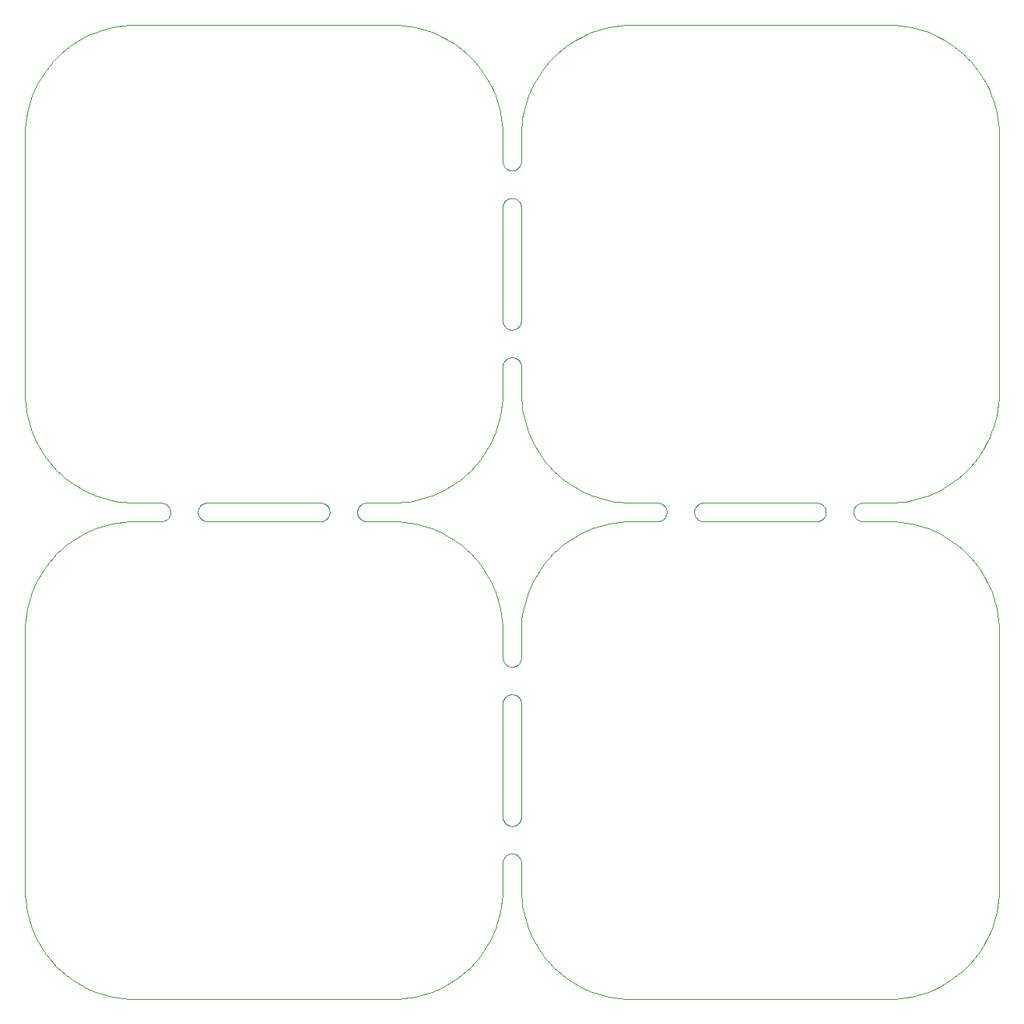
<source format=gbr>
%TF.GenerationSoftware,KiCad,Pcbnew,(6.0.0)*%
%TF.CreationDate,2022-01-01T22:41:16+01:00*%
%TF.ProjectId,VolumeKnob,566f6c75-6d65-44b6-9e6f-622e6b696361,rev?*%
%TF.SameCoordinates,Original*%
%TF.FileFunction,Profile,NP*%
%FSLAX46Y46*%
G04 Gerber Fmt 4.6, Leading zero omitted, Abs format (unit mm)*
G04 Created by KiCad (PCBNEW (6.0.0)) date 2022-01-01 22:41:16*
%MOMM*%
%LPD*%
G01*
G04 APERTURE LIST*
%TA.AperFunction,Profile*%
%ADD10C,0.100000*%
%TD*%
G04 APERTURE END LIST*
D10*
X97444811Y-77923640D02*
X97400388Y-77903949D01*
X76991059Y-57166332D02*
X76918168Y-57163649D01*
X76362948Y-114391055D02*
X76420947Y-114346926D01*
X77225911Y-111142279D02*
X77178253Y-111151759D01*
X77963138Y-114892290D02*
X77979977Y-114963196D01*
X110599615Y-76096050D02*
X110643018Y-76117897D01*
X39352625Y-77858151D02*
X39288779Y-77893291D01*
X86900319Y-75593610D02*
X87504988Y-75738685D01*
X76401255Y-110971510D02*
X76362948Y-110941615D01*
X76774089Y-39809609D02*
X76726954Y-39797802D01*
X39822948Y-77154263D02*
X39814641Y-77202139D01*
X39653073Y-76420947D02*
X39692815Y-76482036D01*
X85699395Y-24796127D02*
X85124828Y-25034023D01*
X81969738Y-81081665D02*
X81513993Y-81514159D01*
X121105955Y-78407980D02*
X120495274Y-78261368D01*
X76401257Y-93638842D02*
X76362950Y-93608947D01*
X77637052Y-39608944D02*
X77598745Y-39638839D01*
X60190387Y-77225912D02*
X60177048Y-77154265D01*
X78261309Y-120494992D02*
X78408042Y-121106181D01*
X97775090Y-77997807D02*
X97726631Y-77994232D01*
X122875179Y-74965970D02*
X123448176Y-74692954D01*
X77618079Y-110956797D02*
X77579050Y-110985743D01*
X64000081Y-23999019D02*
X36003206Y-23999000D01*
X114251269Y-77410191D02*
X114232673Y-77365298D01*
X83999649Y-74393151D02*
X84551808Y-74692942D01*
X126918516Y-81969931D02*
X126490515Y-81518781D01*
X114232673Y-77365298D02*
X114208965Y-77296384D01*
X76461352Y-39680069D02*
X76401257Y-39638839D01*
X93543703Y-76290962D02*
X93577209Y-76326154D01*
X39331633Y-76129611D02*
X39393678Y-76167843D01*
X64627958Y-24015524D02*
X64000081Y-23999019D01*
X28447669Y-73326532D02*
X28946132Y-73709008D01*
X110876371Y-77709037D02*
X110841178Y-77742543D01*
X77178255Y-96848243D02*
X77225912Y-96857723D01*
X75852047Y-65883828D02*
X75935152Y-65254577D01*
X25931671Y-29469398D02*
X25606842Y-29999642D01*
X60224204Y-76657478D02*
X60251265Y-76589811D01*
X32291622Y-75413579D02*
X32894045Y-75592019D01*
X97233926Y-76195822D02*
X97273653Y-76167843D01*
X84551831Y-79307045D02*
X83999445Y-79606966D01*
X89371781Y-75984455D02*
X89996771Y-76000912D01*
X110941615Y-77637051D02*
X110909877Y-77673845D01*
X56705979Y-76154594D02*
X56746382Y-76181590D01*
X56532628Y-76067337D02*
X56577521Y-76085932D01*
X56766074Y-77804177D02*
X56726346Y-77832156D01*
X127709015Y-125053867D02*
X128064880Y-124536069D01*
X76225719Y-93471716D02*
X76195824Y-93433409D01*
X25935106Y-124536047D02*
X26287262Y-125048598D01*
X30005271Y-79603696D02*
X29458357Y-79938847D01*
X79307177Y-30551568D02*
X79039373Y-31112819D01*
X110971510Y-76401257D02*
X110999490Y-76440985D01*
X77154266Y-93822951D02*
X77106040Y-93828899D01*
X77432279Y-114261386D02*
X77475682Y-114283233D01*
X76117898Y-39310347D02*
X76085932Y-39244853D01*
X77974945Y-110393245D02*
X77963138Y-110440380D01*
X77870386Y-110664304D02*
X77845405Y-110705982D01*
X79307046Y-123448175D02*
X79603697Y-123994728D01*
X76482036Y-111025485D02*
X76440983Y-110999489D01*
X76290962Y-60456297D02*
X76326154Y-60422791D01*
X114180911Y-77178254D02*
X114173782Y-77130189D01*
X73330525Y-82452742D02*
X72918509Y-81969931D01*
X87511330Y-129739952D02*
X88122763Y-129853183D01*
X127712738Y-28951401D02*
X127326555Y-28447689D01*
X75738685Y-66495012D02*
X75852047Y-65883828D01*
X60208962Y-76703618D02*
X60224204Y-76657478D01*
X77432282Y-39738613D02*
X77387859Y-39758304D01*
X39526309Y-77726004D02*
X39490305Y-77758636D01*
X124536048Y-128064893D02*
X125048599Y-127712737D01*
X56486876Y-77949034D02*
X56440377Y-77963139D01*
X31124821Y-79034029D02*
X30551824Y-79307045D01*
X76567718Y-111071284D02*
X76524315Y-111049436D01*
X77342521Y-57108460D02*
X77296382Y-57123702D01*
X77273045Y-114202197D02*
X77319545Y-114216303D01*
X117996724Y-23998997D02*
X89999928Y-23999022D01*
X77789463Y-110785414D02*
X77758637Y-110822976D01*
X76567719Y-42928715D02*
X76612142Y-42909024D01*
X69448192Y-25307051D02*
X68881100Y-25036569D01*
X77538650Y-42987260D02*
X77579052Y-43014256D01*
X118621505Y-24015271D02*
X117996724Y-23998997D01*
X36003276Y-130001002D02*
X64000071Y-130000977D01*
X26673461Y-28447669D02*
X26290985Y-28946132D01*
X31124833Y-128965981D02*
X31699364Y-129203862D01*
X77033298Y-96833966D02*
X77081831Y-96836350D01*
X76043627Y-110463716D02*
X76030667Y-110416885D01*
X56393242Y-76025054D02*
X56440377Y-76036861D01*
X77559014Y-60333178D02*
X77598742Y-60361157D01*
X70000555Y-74393033D02*
X70536041Y-74064887D01*
X110369475Y-77979978D02*
X110321598Y-77988286D01*
X24584497Y-32297797D02*
X24407974Y-32894045D01*
X26290985Y-28946132D02*
X25931671Y-29469398D01*
X75413579Y-67708371D02*
X75593610Y-67099681D01*
X74064745Y-29463732D02*
X73708870Y-28945942D01*
X56841175Y-77742543D02*
X56804381Y-77774281D01*
X72030087Y-81081507D02*
X71552527Y-80673632D01*
X76167844Y-97273653D02*
X76195824Y-97233925D01*
X77858154Y-39352626D02*
X77832157Y-39393678D01*
X60586282Y-77818411D02*
X60547253Y-77789465D01*
X78146860Y-65877469D02*
X78262791Y-66501547D01*
X77914068Y-110577524D02*
X77893292Y-110621450D01*
X76634701Y-114232673D02*
X76703615Y-114208965D01*
X77410189Y-111081402D02*
X77365296Y-111099997D01*
X77893291Y-60711217D02*
X77923640Y-60777476D01*
X57130469Y-76726953D02*
X57142276Y-76774089D01*
X57123702Y-77296383D02*
X57108460Y-77342522D01*
X111130473Y-77273047D02*
X111116368Y-77319546D01*
X77988284Y-61011069D02*
X77994232Y-61059295D01*
X120494993Y-129738697D02*
X121106182Y-129591964D01*
X75738631Y-120495273D02*
X75852047Y-119883834D01*
X76589811Y-39748731D02*
X76524317Y-39716766D01*
X110876371Y-76290964D02*
X110909877Y-76326156D01*
X93266947Y-76096048D02*
X93310350Y-76117895D01*
X78146860Y-119877475D02*
X78261309Y-120494992D01*
X82447493Y-80673616D02*
X81969738Y-81081665D01*
X29999415Y-74393020D02*
X30545882Y-74689830D01*
X64003239Y-76000915D02*
X64628193Y-75984457D01*
X90003217Y-130001002D02*
X117996793Y-130000999D01*
X75852045Y-34116152D02*
X75738636Y-33504751D01*
X57158886Y-76869812D02*
X57163649Y-76918170D01*
X39819088Y-76821745D02*
X39828896Y-76893960D01*
X119254557Y-129935161D02*
X119870988Y-129854090D01*
X75984455Y-64628219D02*
X76000912Y-64003229D01*
X83463937Y-74064873D02*
X83999649Y-74393151D01*
X76129612Y-56664301D02*
X76106706Y-56621447D01*
X76942422Y-93832474D02*
X76893962Y-93828899D01*
X77963141Y-39107710D02*
X77941131Y-39177185D01*
X77963138Y-110440380D02*
X77949033Y-110486880D01*
X89372068Y-24015523D02*
X88752108Y-24064223D01*
X78796134Y-122300611D02*
X79034030Y-122875178D01*
X77579052Y-97014259D02*
X77618081Y-97043205D01*
X32297784Y-24584501D02*
X31693140Y-24798618D01*
X97195619Y-77774280D02*
X97158825Y-77742541D01*
X64627932Y-129984476D02*
X65247892Y-129935776D01*
X60167525Y-77057579D02*
X60166631Y-76966703D01*
X74692942Y-69448192D02*
X74963424Y-68881100D01*
X76612141Y-111090975D02*
X76567718Y-111071284D01*
X25307039Y-69448169D02*
X25603690Y-69994722D01*
X27969731Y-27081659D02*
X27518775Y-27509485D01*
X110685297Y-76141848D02*
X110726350Y-76167844D01*
X42857720Y-77225910D02*
X42848240Y-77178252D01*
X79034030Y-122875178D02*
X79307046Y-123448175D01*
X42869527Y-76726952D02*
X42883632Y-76680453D01*
X76797860Y-93814644D02*
X76750449Y-93803997D01*
X56804381Y-77774281D02*
X56766074Y-77804177D01*
X97014259Y-76420948D02*
X97043205Y-76381918D01*
X77319545Y-114216303D02*
X77365296Y-114232673D01*
X76096050Y-93266946D02*
X76076359Y-93222523D01*
X121106182Y-129591964D02*
X121708601Y-129413513D01*
X75935155Y-34745443D02*
X75852045Y-34116152D01*
X97536286Y-77956371D02*
X97490147Y-77941128D01*
X93748734Y-77410188D02*
X93727959Y-77454115D01*
X57071281Y-77432281D02*
X57049433Y-77475684D01*
X77949035Y-97513123D02*
X77963140Y-97559622D01*
X77996320Y-38916493D02*
X77988287Y-38988927D01*
X56971507Y-77598744D02*
X56941612Y-77637051D01*
X93222524Y-76076357D02*
X93266947Y-76096048D01*
X76011715Y-43678401D02*
X76020022Y-43630525D01*
X78793956Y-68294699D02*
X79036565Y-68881076D01*
X114586286Y-77818411D02*
X114547257Y-77789465D01*
X76774087Y-57142276D02*
X76726952Y-57130469D01*
X97000513Y-77559014D02*
X96974517Y-77517962D01*
X71552304Y-127326554D02*
X72030068Y-126918515D01*
X73326532Y-125552330D02*
X73709008Y-125053867D01*
X77974944Y-60939422D02*
X77988284Y-61011069D01*
X67106175Y-75591958D02*
X67702209Y-75415492D01*
X76774087Y-60190387D02*
X76845734Y-60177048D01*
X24586494Y-86291380D02*
X24409787Y-86887614D01*
X114689653Y-76117898D02*
X114733056Y-76096050D01*
X76845736Y-42844380D02*
X76893962Y-42838432D01*
X77618081Y-43043202D02*
X77673845Y-43090123D01*
X93393682Y-77832154D02*
X93352629Y-77858151D01*
X76005767Y-38940701D02*
X76001298Y-38867960D01*
X126485847Y-27513986D02*
X126030094Y-27081501D01*
X76000997Y-56176270D02*
X76000999Y-43823725D01*
X76634701Y-57099994D02*
X76567718Y-57071281D01*
X76326154Y-56909873D02*
X76273993Y-56858976D01*
X110224913Y-76002192D02*
X110273372Y-76005767D01*
X96848243Y-76821745D02*
X96857723Y-76774087D01*
X111155620Y-76845736D02*
X111161568Y-76893962D01*
X77387857Y-57090972D02*
X77342521Y-57108460D01*
X39433406Y-77804175D02*
X39393678Y-77832154D01*
X75591958Y-86893824D02*
X75413507Y-86291405D01*
X24586405Y-67708346D02*
X24796127Y-68300605D01*
X28946132Y-73709008D02*
X29463710Y-74064731D01*
X93413717Y-76181588D02*
X93452746Y-76210534D01*
X114208965Y-77296384D02*
X114190391Y-77225912D01*
X31118678Y-25036665D02*
X30557588Y-25304198D01*
X76991061Y-93833667D02*
X76942422Y-93832474D01*
X76129611Y-60668363D02*
X76154592Y-60626685D01*
X24015524Y-89372041D02*
X23998997Y-90003216D01*
X39832471Y-76942420D02*
X39833664Y-76991058D01*
X77789462Y-114547256D02*
X77818408Y-114586285D01*
X76096050Y-43400385D02*
X76117897Y-43356982D01*
X57090972Y-77387858D02*
X57071281Y-77432281D01*
X79935269Y-29463710D02*
X79610266Y-29993894D01*
X76076357Y-60777475D02*
X76106705Y-60711217D01*
X77984427Y-97654415D02*
X77991556Y-97702481D01*
X76657478Y-93775795D02*
X76612143Y-93758307D01*
X111165142Y-76942422D02*
X111166335Y-77008940D01*
X25606973Y-83999421D02*
X25307170Y-84551574D01*
X39748731Y-77410188D02*
X39716766Y-77475682D01*
X78408042Y-67106175D02*
X78584508Y-67702209D01*
X110909877Y-76326156D02*
X110941615Y-76362950D01*
X60868950Y-76043629D02*
X60939422Y-76025055D01*
X114689653Y-77882104D02*
X114626688Y-77845407D01*
X129935187Y-65254316D02*
X129984476Y-64627958D01*
X28945942Y-26291123D02*
X28442516Y-26677744D01*
X39560668Y-76308352D02*
X39608944Y-76362948D01*
X77225910Y-114190390D02*
X77273045Y-114202197D01*
X60177048Y-77154265D02*
X60171100Y-77106039D01*
X77914069Y-43422476D02*
X77932665Y-43467368D01*
X129739953Y-66488670D02*
X129853184Y-65877237D01*
X30545882Y-74689830D02*
X31124833Y-74965975D01*
X76991061Y-39833664D02*
X76918170Y-39830981D01*
X77969331Y-56416882D02*
X77956371Y-56463714D01*
X67702209Y-129415498D02*
X68300605Y-129203872D01*
X110509856Y-77941130D02*
X110463717Y-77956372D01*
X77273046Y-111130472D02*
X77225911Y-111142279D01*
X76000999Y-36003207D02*
X75984718Y-35378350D01*
X77999002Y-43823726D02*
X77999001Y-56176271D01*
X115132040Y-76001298D02*
X117996792Y-76000999D01*
X77130186Y-60173778D02*
X77202139Y-60185355D01*
X77225912Y-42857720D02*
X77273048Y-42869527D01*
X97123632Y-77709035D02*
X97090126Y-77673843D01*
X75984457Y-89371806D02*
X75935155Y-88745449D01*
X129984476Y-64627958D02*
X130001003Y-63996783D01*
X79931678Y-83469404D02*
X79606849Y-83999648D01*
X77432280Y-57071281D02*
X77387857Y-57090972D01*
X77984425Y-110345587D02*
X77974945Y-110393245D01*
X79039373Y-31112819D02*
X78793907Y-31705430D01*
X42939373Y-76545882D02*
X42962279Y-76503028D01*
X26291123Y-71054051D02*
X26673610Y-71552507D01*
X77081829Y-60169015D02*
X77130186Y-60173778D01*
X126025233Y-81077245D02*
X125552331Y-80673467D01*
X60547253Y-77789465D02*
X60491489Y-77742543D01*
X77726006Y-43141020D02*
X77758639Y-43177024D01*
X88116172Y-75852047D02*
X88745423Y-75935152D01*
X76680452Y-60216300D02*
X76726951Y-60202194D01*
X67105948Y-78407980D02*
X66495012Y-78261314D01*
X24146816Y-88122762D02*
X24064813Y-88745683D01*
X79603697Y-123994728D02*
X79938848Y-124541642D01*
X25603690Y-123994728D02*
X25935106Y-124536047D01*
X61107755Y-76002192D02*
X61156393Y-76000999D01*
X120494993Y-75738691D02*
X121106182Y-75591958D01*
X96900005Y-76634701D02*
X96918601Y-76589809D01*
X68300605Y-129203872D02*
X68875172Y-128965976D01*
X76036860Y-56440377D02*
X76025053Y-56393242D01*
X65247878Y-24064222D02*
X64627958Y-24015524D01*
X34739022Y-78065604D02*
X34122524Y-78146859D01*
X76401255Y-56971507D02*
X76362948Y-56941612D01*
X39783696Y-77319545D02*
X39767326Y-77365296D01*
X34745677Y-129935186D02*
X35378495Y-129984728D01*
X77996319Y-43750835D02*
X77999002Y-43823726D01*
X76025052Y-60939422D02*
X76036859Y-60892286D01*
X77999003Y-92843606D02*
X77996320Y-92916496D01*
X25938841Y-70541636D02*
X26291123Y-71054051D01*
X77932665Y-97467371D02*
X77949035Y-97513123D01*
X57163649Y-76918170D02*
X57166033Y-76966703D01*
X85693159Y-129201387D02*
X86291381Y-129413505D01*
X34122524Y-78146859D02*
X33505007Y-78261308D01*
X78064241Y-88751990D02*
X78015531Y-89372041D01*
X126486014Y-72485840D02*
X126918499Y-72030087D01*
X56297518Y-77991556D02*
X56249161Y-77996318D01*
X24261305Y-66494999D02*
X24408035Y-67106175D01*
X80673468Y-28447669D02*
X80290992Y-28946132D01*
X77618081Y-97043205D02*
X77655643Y-97074031D01*
X81969913Y-72918492D02*
X82447676Y-73326532D01*
X33511310Y-24260049D02*
X32894071Y-24407967D01*
X65248009Y-78064240D02*
X64627958Y-78015530D01*
X110369475Y-76020022D02*
X110416886Y-76030668D01*
X32893818Y-78408041D02*
X32291647Y-78586411D01*
X77882101Y-114689653D02*
X77903949Y-114733056D01*
X77818411Y-93413717D02*
X77774283Y-93471716D01*
X97043205Y-76381918D02*
X97090126Y-76326154D01*
X56893336Y-76308354D02*
X56925968Y-76344358D01*
X83463959Y-79935112D02*
X82945949Y-80291129D01*
X56486877Y-76050967D02*
X56532628Y-76067337D01*
X81077246Y-27974767D02*
X80673468Y-28447669D01*
X77178253Y-111151759D02*
X77130187Y-111158889D01*
X114491493Y-76257458D02*
X114528287Y-76225719D01*
X77998704Y-38867960D02*
X77996320Y-38916493D01*
X76020021Y-110369474D02*
X76011713Y-110321598D01*
X77637052Y-93608947D02*
X77579053Y-93653076D01*
X67708619Y-24586494D02*
X67099681Y-24406383D01*
X97058388Y-77637049D02*
X97028493Y-77598742D01*
X76482036Y-114307184D02*
X76545882Y-114272043D01*
X74963424Y-68881100D02*
X75203856Y-68300629D01*
X77691645Y-110893339D02*
X77655641Y-110925971D01*
X76482038Y-93692818D02*
X76440985Y-93666821D01*
X126918499Y-126030093D02*
X127326539Y-125552330D01*
X31699364Y-75203856D02*
X32291622Y-75413579D01*
X77033296Y-60166631D02*
X77081829Y-60169015D01*
X114777479Y-76076359D02*
X114822815Y-76058871D01*
X66495012Y-78261314D02*
X65877237Y-78146822D01*
X77673846Y-39577205D02*
X77637052Y-39608944D01*
X93543703Y-77709035D02*
X93490308Y-77758636D01*
X97490147Y-76058869D02*
X97536286Y-76043627D01*
X60391052Y-76362950D02*
X60439328Y-76308355D01*
X43702478Y-77991554D02*
X43654412Y-77984424D01*
X39666818Y-77559014D02*
X39638839Y-77598742D01*
X114171103Y-76893962D02*
X114180911Y-76821747D01*
X66501547Y-75737209D02*
X67106175Y-75591958D01*
X87498453Y-24262784D02*
X86893825Y-24408035D01*
X60283230Y-77475685D02*
X60261383Y-77432281D01*
X43074028Y-77655641D02*
X43043202Y-77618079D01*
X77154266Y-39822948D02*
X77081832Y-39830981D01*
X26291139Y-82945927D02*
X25938833Y-83458374D01*
X77637049Y-114391055D02*
X77673843Y-114422794D01*
X77130189Y-42841110D02*
X77178255Y-42848240D01*
X122875167Y-25034018D02*
X122300636Y-24796137D01*
X76290962Y-110876370D02*
X76257456Y-110841178D01*
X76567718Y-60261383D02*
X76612141Y-60241692D01*
X24796137Y-31699364D02*
X24584497Y-32297797D01*
X110726350Y-77832156D02*
X110685297Y-77858152D01*
X56956794Y-76381920D02*
X56985740Y-76420949D01*
X43823726Y-76000997D02*
X56176271Y-76000999D01*
X60216300Y-77319547D02*
X60202194Y-77273048D01*
X39490305Y-77758636D02*
X39433406Y-77804175D01*
X76567718Y-57071281D02*
X76524315Y-57049433D01*
X56577520Y-77914069D02*
X56532628Y-77932664D01*
X77858154Y-93352629D02*
X77818411Y-93413717D01*
X77956373Y-93131049D02*
X77932665Y-93199963D01*
X24064811Y-65254290D02*
X24146853Y-65877469D01*
X110416886Y-76030668D02*
X110463717Y-76043628D01*
X92988930Y-77988284D02*
X92940704Y-77994232D01*
X60294946Y-76503030D02*
X60333178Y-76440985D01*
X114915785Y-77969332D02*
X114845791Y-77949034D01*
X97400388Y-77903949D02*
X97356985Y-77882102D01*
X118628200Y-75984457D02*
X119260978Y-75934395D01*
X97195619Y-76225718D02*
X97233926Y-76195822D01*
X77496971Y-42962279D02*
X77538650Y-42987260D01*
X31699364Y-129203862D02*
X32285289Y-129411438D01*
X24407974Y-32894045D02*
X24262781Y-33498459D01*
X87504988Y-75738685D02*
X88116172Y-75852047D01*
X71552527Y-80673632D02*
X71054072Y-80291145D01*
X57081399Y-76589810D02*
X57099994Y-76634703D01*
X77273048Y-39797802D02*
X77225913Y-39809609D01*
X110841178Y-76257458D02*
X110876371Y-76290964D01*
X79606967Y-70000555D02*
X79935113Y-70536041D01*
X93680072Y-76461350D02*
X93716769Y-76524314D01*
X85118900Y-74963424D02*
X85699371Y-75203856D01*
X97090126Y-77673843D02*
X97058388Y-77637049D01*
X76893960Y-111161567D02*
X76845734Y-111155619D01*
X110971510Y-77598744D02*
X110941615Y-77637051D01*
X114346927Y-76420949D02*
X114391056Y-76362950D01*
X56393242Y-77974946D02*
X56345584Y-77984426D01*
X118634652Y-129984039D02*
X119254557Y-129935161D01*
X76362950Y-39608944D02*
X76326156Y-39577205D01*
X64000071Y-130000977D02*
X64627932Y-129984476D01*
X78407981Y-32894045D02*
X78261369Y-33504726D01*
X60272040Y-76545884D02*
X60294946Y-76503030D01*
X75413507Y-86291405D02*
X75203772Y-85699150D01*
X77475682Y-114283233D02*
X77517961Y-114307184D01*
X57161564Y-77106039D02*
X57155616Y-77154265D01*
X64627958Y-78015530D02*
X64003229Y-77999087D01*
X119877244Y-24146816D02*
X119254323Y-24064813D01*
X39244853Y-77914067D02*
X39199960Y-77932662D01*
X77818411Y-97253618D02*
X77845407Y-97294020D01*
X76058869Y-110509855D02*
X76043627Y-110463716D01*
X111161568Y-76893962D02*
X111165142Y-76942422D01*
X77991556Y-97702481D02*
X77996319Y-97750838D01*
X38916493Y-76003680D02*
X38988927Y-76011713D01*
X96883635Y-76680453D02*
X96900005Y-76634701D01*
X43378549Y-76106706D02*
X43422476Y-76085930D01*
X81081508Y-81969912D02*
X80673468Y-82447675D01*
X57099994Y-76634703D02*
X57116364Y-76680454D01*
X76025055Y-39060574D02*
X76011715Y-38988927D01*
X43043202Y-77618079D02*
X43014256Y-77579050D01*
X88122531Y-78146859D02*
X87498453Y-78262790D01*
X96852691Y-77202140D02*
X96844383Y-77154263D01*
X71552324Y-26673461D02*
X71054072Y-26291139D01*
X56249161Y-76003682D02*
X56297518Y-76008445D01*
X32291647Y-78586411D02*
X31699388Y-78796133D01*
X114173782Y-77130189D02*
X114167529Y-77057579D01*
X39608944Y-77637049D02*
X39560668Y-77691644D01*
X43422476Y-76085930D02*
X43467368Y-76067335D01*
X39393678Y-76167843D02*
X39452743Y-76210534D01*
X76167845Y-93393681D02*
X76141848Y-93352628D01*
X76942422Y-42834857D02*
X77008941Y-42833664D01*
X60939422Y-77974947D02*
X60892286Y-77963140D01*
X76058871Y-39177185D02*
X76036862Y-39107710D01*
X76273995Y-39526309D02*
X76225719Y-39471713D01*
X126918499Y-72030087D02*
X127326374Y-71552527D01*
X82447696Y-26673445D02*
X81969932Y-27081484D01*
X119254323Y-24064813D02*
X118621505Y-24015271D01*
X124006106Y-79610265D02*
X123448432Y-79307176D01*
X111158889Y-77130188D02*
X111151760Y-77178254D01*
X129591965Y-86893824D02*
X129415499Y-86297790D01*
X72918509Y-81969931D02*
X72486025Y-81514177D01*
X27514153Y-72486007D02*
X27969906Y-72918492D01*
X60626685Y-77845407D02*
X60586282Y-77818411D01*
X114166634Y-76966703D02*
X114171103Y-76893962D01*
X75413579Y-121708377D02*
X75592019Y-121105954D01*
X56822972Y-76241363D02*
X56858976Y-76273995D01*
X121708601Y-129413513D02*
X122306860Y-129201381D01*
X124536070Y-25935120D02*
X123994832Y-25603747D01*
X96950566Y-77475683D02*
X96928719Y-77432280D01*
X77538648Y-111012739D02*
X77496969Y-111037720D01*
X77081831Y-42836347D02*
X77130189Y-42841110D01*
X96841114Y-76869811D02*
X96848243Y-76821745D01*
X76043628Y-43536282D02*
X76058871Y-43490143D01*
X76058871Y-43490143D02*
X76076359Y-43444808D01*
X77832154Y-60606318D02*
X77858151Y-60647371D01*
X77979977Y-114963196D02*
X77988284Y-115011072D01*
X24408035Y-121106181D02*
X24586486Y-121708600D01*
X77579050Y-114346927D02*
X77637049Y-114391055D01*
X43106660Y-76308353D02*
X43141020Y-76273993D01*
X56532628Y-77932664D02*
X56486876Y-77949034D01*
X77673843Y-114422794D02*
X77709035Y-114456300D01*
X56925968Y-76344358D02*
X56956794Y-76381920D01*
X60166631Y-76966703D02*
X60171100Y-76893962D01*
X97750839Y-76003681D02*
X97823729Y-76000997D01*
X76067335Y-56532628D02*
X76050965Y-56486876D01*
X111090976Y-76612142D02*
X111108463Y-76657478D01*
X77673843Y-56909873D02*
X77637049Y-56941612D01*
X77106040Y-93828899D02*
X77057580Y-93832474D01*
X119877476Y-75853140D02*
X120494993Y-75738691D01*
X60800036Y-76067337D02*
X60868950Y-76043629D01*
X76000979Y-90000052D02*
X75984457Y-89371806D01*
X77914069Y-97422479D02*
X77932665Y-97467371D01*
X57012736Y-76461351D02*
X57037717Y-76503030D01*
X119260978Y-75934395D02*
X119877476Y-75853140D01*
X77342521Y-60224204D02*
X77410189Y-60251265D01*
X97823729Y-77999000D02*
X97775090Y-77997807D01*
X79938848Y-124541642D02*
X80291130Y-125054057D01*
X78586421Y-32291622D02*
X78407981Y-32894045D01*
X28447669Y-127326538D02*
X28946132Y-127709014D01*
X76025053Y-56393242D02*
X76015573Y-56345584D01*
X76002190Y-61107755D02*
X76005765Y-61059295D01*
X110463717Y-76043628D02*
X110509856Y-76058871D01*
X42883632Y-77319545D02*
X42869527Y-77273046D01*
X64628193Y-75984457D02*
X65254550Y-75935155D01*
X42918597Y-76589809D02*
X42939373Y-76545882D01*
X78261369Y-33504726D02*
X78147953Y-34116165D01*
X80673617Y-71552507D02*
X81081666Y-72030262D01*
X114491493Y-77742543D02*
X114439331Y-77691647D01*
X96857723Y-76774087D02*
X96869530Y-76726952D01*
X89996771Y-76000912D02*
X92843606Y-76000997D01*
X72922745Y-27974757D02*
X72481209Y-27509476D01*
X77296382Y-57123702D02*
X77249551Y-57136662D01*
X76001298Y-38867960D02*
X76000999Y-36003207D01*
X76210535Y-56785411D02*
X76181589Y-56746381D01*
X77988285Y-56321595D02*
X77979977Y-56369471D01*
X43177024Y-77758636D02*
X43123629Y-77709035D01*
X76005765Y-115059298D02*
X76011713Y-115011072D01*
X77496969Y-60294946D02*
X77559014Y-60333178D01*
X129853184Y-65877237D02*
X129935187Y-65254316D01*
X121112392Y-24409787D02*
X120495274Y-24261362D01*
X75984718Y-118621635D02*
X76000996Y-117996789D01*
X88745423Y-75935152D02*
X89371781Y-75984455D01*
X42987260Y-76461350D02*
X43014256Y-76420948D01*
X76612143Y-93758307D02*
X76567720Y-93738616D01*
X93832474Y-76942420D02*
X93833369Y-77033296D01*
X39393678Y-77832154D02*
X39352625Y-77858151D01*
X125552514Y-73326383D02*
X126030269Y-72918334D01*
X74389727Y-29993882D02*
X74064745Y-29463732D01*
X75592019Y-121105954D02*
X75738631Y-120495273D01*
X76401257Y-39638839D02*
X76362950Y-39608944D01*
X25307170Y-84551574D02*
X25036675Y-85118660D01*
X27081676Y-27969711D02*
X26673461Y-28447669D01*
X93716769Y-76524314D02*
X93738616Y-76567718D01*
X77789465Y-43214585D02*
X77818411Y-43253615D01*
X76869811Y-57158886D02*
X76821745Y-57151756D01*
X81513993Y-81514159D02*
X81081508Y-81969912D01*
X77709036Y-56876367D02*
X77673843Y-56909873D01*
X77903949Y-56599611D02*
X77882102Y-56643014D01*
X77081831Y-96836350D02*
X77130189Y-96841113D01*
X61156393Y-77999002D02*
X61107755Y-77997809D01*
X76524314Y-60283230D02*
X76567718Y-60261383D01*
X81081666Y-126030268D02*
X81514160Y-126486013D01*
X77726005Y-110858980D02*
X77691645Y-110893339D01*
X76257456Y-60491489D02*
X76290962Y-60456297D01*
X76257458Y-97158824D02*
X76290964Y-97123632D01*
X39154209Y-76050965D02*
X39199960Y-76067335D01*
X97273653Y-77832155D02*
X97233926Y-77804175D01*
X23999000Y-117996793D02*
X24015960Y-118634651D01*
X77991555Y-110297521D02*
X77984425Y-110345587D01*
X39716766Y-77475682D02*
X39692815Y-77517961D01*
X85124828Y-25034023D02*
X84545877Y-25310169D01*
X129984729Y-118621504D02*
X130001003Y-117996723D01*
X43214585Y-77789463D02*
X43177024Y-77758636D01*
X42841110Y-77130187D02*
X42836347Y-77081829D01*
X76326156Y-93577208D02*
X76290964Y-93543702D01*
X121106182Y-75591958D02*
X121708353Y-75413588D01*
X77999001Y-56176271D02*
X77997807Y-56224909D01*
X35371800Y-78015542D02*
X34739022Y-78065604D01*
X114647374Y-76141848D02*
X114689653Y-76117898D01*
X114777479Y-77923642D02*
X114733056Y-77903951D01*
X97356985Y-76117896D02*
X97400388Y-76096049D01*
X77923640Y-60777476D02*
X77949032Y-60845787D01*
X86291629Y-75413579D02*
X86900319Y-75593610D01*
X97028493Y-77598742D02*
X97000513Y-77559014D01*
X76076359Y-93222523D02*
X76058871Y-93177188D01*
X74963435Y-31118917D02*
X74695795Y-30557588D01*
X76893960Y-60171100D02*
X76942420Y-60167525D01*
X81081666Y-72030262D02*
X81513975Y-72485822D01*
X129413514Y-32291399D02*
X129201382Y-31693140D01*
X77579052Y-43014256D02*
X77618081Y-43043202D01*
X42841110Y-76869811D02*
X42848240Y-76821745D01*
X77870388Y-43335695D02*
X77893294Y-43378549D01*
X123994729Y-74396303D02*
X124541643Y-74061152D01*
X76845734Y-60177048D02*
X76893960Y-60171100D01*
X77475685Y-39716766D02*
X77432282Y-39738613D01*
X74068315Y-83469392D02*
X73709024Y-82946159D01*
X60647371Y-76141848D02*
X60689649Y-76117898D01*
X79935113Y-70536041D02*
X80291130Y-71054051D01*
X127326555Y-82447695D02*
X126918516Y-81969931D01*
X93828900Y-76893960D02*
X93832474Y-76942420D01*
X96918601Y-76589809D02*
X96939376Y-76545882D01*
X29463930Y-128064879D02*
X30005168Y-128396252D01*
X76918170Y-96836350D02*
X76966703Y-96833966D01*
X81518782Y-27509485D02*
X81077246Y-27974767D01*
X87498453Y-78262790D02*
X86893825Y-78408041D01*
X77932665Y-93199963D02*
X77914070Y-93244856D01*
X111136666Y-76750448D02*
X111147312Y-76797859D01*
X76000997Y-61156393D02*
X76002190Y-61107755D01*
X73708870Y-28945942D02*
X73326548Y-28447689D01*
X97536286Y-76043627D02*
X97583117Y-76030667D01*
X76076357Y-110555191D02*
X76058869Y-110509855D01*
X75853140Y-88122530D02*
X75738636Y-87504757D01*
X39803994Y-76750447D02*
X39819088Y-76821745D01*
X83999422Y-128393026D02*
X84551575Y-128692829D01*
X77893292Y-110621450D02*
X77870386Y-110664304D01*
X110909877Y-77673845D02*
X110876371Y-77709037D01*
X77988284Y-115011072D02*
X77994232Y-115059298D01*
X76482037Y-96974516D02*
X76524316Y-96950566D01*
X76195824Y-97233925D02*
X76225719Y-97195618D01*
X77974947Y-97606757D02*
X77984427Y-97654415D01*
X77999084Y-64003239D02*
X78015543Y-64628193D01*
X57108460Y-77342522D02*
X57090972Y-77387858D01*
X77410192Y-93748734D02*
X77342524Y-93775795D01*
X77914070Y-93244856D02*
X77882104Y-93310350D01*
X77999000Y-61156393D02*
X77999084Y-64003239D01*
X77273048Y-42869527D02*
X77319547Y-42883632D01*
X128064894Y-29463952D02*
X127712738Y-28951401D01*
X25034023Y-68875172D02*
X25307039Y-69448169D01*
X77858151Y-56685293D02*
X77832155Y-56726346D01*
X39560668Y-77691644D02*
X39526309Y-77726004D01*
X60196002Y-76750449D02*
X60208962Y-76703618D01*
X68881100Y-25036569D02*
X68300629Y-24796137D01*
X76008445Y-92964854D02*
X76003682Y-92916496D01*
X42883632Y-76680453D02*
X42900002Y-76634701D01*
X114261387Y-76567720D02*
X114294950Y-76503030D01*
X76893962Y-93828899D02*
X76845736Y-93822951D01*
X76420947Y-114346926D02*
X76482036Y-114307184D01*
X56621447Y-76106707D02*
X56664301Y-76129613D01*
X96962282Y-76503028D02*
X96987263Y-76461350D01*
X76703616Y-111123705D02*
X76657477Y-111108463D01*
X39107710Y-76036859D02*
X39154209Y-76050965D01*
X33505007Y-78261308D02*
X32893818Y-78408041D01*
X93131049Y-77956370D02*
X93060577Y-77974944D01*
X77832157Y-39393678D02*
X77804178Y-39433406D01*
X56876367Y-77709037D02*
X56841175Y-77742543D01*
X71054072Y-80291145D02*
X70541625Y-79938839D01*
X97444811Y-76076357D02*
X97490147Y-76058869D01*
X122887181Y-79039372D02*
X122294570Y-78793906D01*
X89999928Y-23999022D02*
X89372068Y-24015523D01*
X114391056Y-77637051D02*
X114346927Y-77579052D01*
X60711217Y-77893294D02*
X60668363Y-77870388D01*
X93577209Y-76326154D02*
X93624130Y-76381918D01*
X76362950Y-93608947D02*
X76326156Y-93577208D01*
X128064752Y-83463738D02*
X127708877Y-82945948D01*
X57136662Y-77249552D02*
X57123702Y-77296383D01*
X77845405Y-110705982D02*
X77818409Y-110746385D01*
X129590213Y-121112391D02*
X129738638Y-120495273D01*
X77454117Y-42939373D02*
X77496971Y-42962279D01*
X80673617Y-125552513D02*
X81081666Y-126030268D01*
X97356985Y-77882102D02*
X97314706Y-77858151D01*
X76680453Y-57116364D02*
X76634701Y-57099994D01*
X77637049Y-60391052D02*
X77673843Y-60422791D01*
X110804384Y-76225719D02*
X110841178Y-76257458D01*
X76726952Y-57130469D02*
X76680453Y-57116364D01*
X57155616Y-77154265D02*
X57147309Y-77202141D01*
X24409787Y-86887614D02*
X24260047Y-87511329D01*
X76225719Y-39471713D02*
X76195824Y-39433406D01*
X92940704Y-76005765D02*
X93012920Y-76015573D01*
X130000999Y-36003206D02*
X129984040Y-35365348D01*
X76869810Y-114173781D02*
X76942420Y-114167528D01*
X60241692Y-77387858D02*
X60216300Y-77319547D01*
X118621636Y-78015281D02*
X117996790Y-77999003D01*
X76043628Y-97536285D02*
X76058871Y-97490146D01*
X76141848Y-97314706D02*
X76167844Y-97273653D01*
X75738636Y-87504757D02*
X75591958Y-86893824D01*
X60346923Y-77579052D02*
X60319927Y-77538649D01*
X97583117Y-76030667D02*
X97630528Y-76020021D01*
X76524315Y-111049436D02*
X76482036Y-111025485D01*
X24408035Y-67106175D02*
X24586405Y-67708346D01*
X76797858Y-111147312D02*
X76750447Y-111136665D01*
X77538650Y-96987263D02*
X77579052Y-97014259D01*
X97273653Y-76167843D02*
X97314706Y-76141847D01*
X77999000Y-117996792D02*
X78015543Y-118628199D01*
X123448432Y-79307176D02*
X122887181Y-79039372D01*
X78586412Y-121708352D02*
X78796134Y-122300611D01*
X83999445Y-25606960D02*
X83463739Y-25935248D01*
X77893294Y-43378549D02*
X77914069Y-43422476D01*
X110999490Y-76440985D02*
X111025486Y-76482037D01*
X76440983Y-56999486D02*
X76401255Y-56971507D01*
X77758636Y-60509691D02*
X77804175Y-60566590D01*
X77845407Y-97294020D02*
X77870388Y-97335698D01*
X43043202Y-76381918D02*
X43074028Y-76344357D01*
X76005765Y-61059295D02*
X76011713Y-61011069D01*
X76195824Y-93433409D02*
X76167845Y-93393681D01*
X76210534Y-114547256D02*
X76257456Y-114491492D01*
X34122756Y-129853183D02*
X34745677Y-129935186D01*
X76020022Y-43630525D02*
X76030668Y-43583114D01*
X77691647Y-97106663D02*
X77726006Y-97141023D01*
X77454115Y-60272040D02*
X77496969Y-60294946D01*
X76002192Y-43775087D02*
X76005767Y-43726627D01*
X88745450Y-78064844D02*
X88122531Y-78146859D01*
X129413506Y-67708619D02*
X129590213Y-67112385D01*
X93508510Y-76257456D02*
X93543703Y-76290962D01*
X43294017Y-76154593D02*
X43335695Y-76129612D01*
X27969731Y-81081665D02*
X27513986Y-81514159D01*
X76326156Y-97090126D02*
X76362950Y-97058387D01*
X77517964Y-93692818D02*
X77475685Y-93716769D01*
X77999026Y-89999918D02*
X77999003Y-92843606D01*
X76845734Y-111155619D02*
X76797858Y-111147312D01*
X77202140Y-57147309D02*
X77154264Y-57155616D01*
X93833369Y-77033296D02*
X93828900Y-77106037D01*
X27513986Y-81514159D02*
X27081501Y-81969912D01*
X42869527Y-77273046D02*
X42857720Y-77225910D01*
X42857720Y-76774087D02*
X42869527Y-76726952D01*
X111116368Y-77319546D02*
X111099998Y-77365298D01*
X77496969Y-111037720D02*
X77454115Y-111060626D01*
X76703617Y-42876294D02*
X76750448Y-42863334D01*
X111147312Y-76797859D02*
X111155620Y-76845736D01*
X76290964Y-43123629D02*
X76326156Y-43090123D01*
X115059299Y-76005767D02*
X115132040Y-76001298D01*
X114224208Y-76657478D02*
X114241695Y-76612143D01*
X76001296Y-115132039D02*
X76005765Y-115059298D01*
X76036862Y-39107710D02*
X76025055Y-39060574D01*
X76181589Y-56746381D02*
X76154593Y-56705979D01*
X82945928Y-127708860D02*
X83458375Y-128061166D01*
X76011715Y-38988927D02*
X76005767Y-38940701D01*
X77858151Y-114647374D02*
X77882101Y-114689653D01*
X120495274Y-78261368D02*
X119883835Y-78147952D01*
X77758639Y-43177024D02*
X77789465Y-43214585D01*
X76195824Y-43233922D02*
X76225719Y-43195615D01*
X43513119Y-77949032D02*
X43467368Y-77932662D01*
X77410191Y-42918597D02*
X77454117Y-42939373D01*
X93653076Y-76420947D02*
X93680072Y-76461350D01*
X76181588Y-60586282D02*
X76210534Y-60547253D01*
X128064880Y-124536069D02*
X128396253Y-123994831D01*
X72481218Y-126490514D02*
X72922754Y-126025232D01*
X75935180Y-119254322D02*
X75984718Y-118621635D01*
X76050965Y-56486876D02*
X76036860Y-56440377D01*
X39783696Y-76680452D02*
X39803994Y-76750447D01*
X93608947Y-77637049D02*
X93577209Y-77673843D01*
X75203856Y-68300629D02*
X75413579Y-67708371D01*
X93452746Y-76210534D02*
X93508510Y-76257456D01*
X129738638Y-120495273D02*
X129853184Y-119877243D01*
X56858976Y-76273995D02*
X56893336Y-76308354D01*
X93822952Y-76845734D02*
X93828900Y-76893960D01*
X77923640Y-114777479D02*
X77941128Y-114822814D01*
X31124833Y-74965975D02*
X31699364Y-75203856D01*
X128963325Y-68881339D02*
X129201388Y-68306841D01*
X38867960Y-77998701D02*
X36003207Y-77999000D01*
X39060574Y-76025052D02*
X39107710Y-76036859D01*
X123448176Y-74692954D02*
X123994729Y-74396303D01*
X56785411Y-76210536D02*
X56822972Y-76241363D01*
X96833668Y-76991059D02*
X96836351Y-76918168D01*
X75984718Y-35378350D02*
X75935155Y-34745443D01*
X68875172Y-128965976D02*
X69454123Y-128689830D01*
X71054072Y-26291139D02*
X70541625Y-25938833D01*
X122881322Y-128963334D02*
X123442412Y-128695801D01*
X76117897Y-43356982D02*
X76141848Y-43314703D01*
X110249164Y-77996318D02*
X110176274Y-77999002D01*
X68881076Y-74963435D02*
X69448169Y-74692954D01*
X56985740Y-76420949D02*
X57012736Y-76461351D01*
X97490147Y-77941128D02*
X97444811Y-77923640D01*
X110766077Y-76195824D02*
X110804384Y-76225719D01*
X77870388Y-97335698D02*
X77893294Y-97378552D01*
X43750835Y-77996317D02*
X43702478Y-77991554D01*
X76362950Y-43058384D02*
X76401257Y-43028489D01*
X57060623Y-76545884D02*
X57081399Y-76589810D01*
X76893962Y-42838432D02*
X76942422Y-42834857D01*
X110555192Y-76076359D02*
X110599615Y-76096050D01*
X77178255Y-42848240D02*
X77225912Y-42857720D01*
X79310170Y-84545888D02*
X79039373Y-85112825D01*
X30557588Y-25304198D02*
X30005271Y-25603690D01*
X77882104Y-93310350D02*
X77858154Y-93352629D01*
X85705301Y-78793955D02*
X85118924Y-79036564D01*
X77998701Y-115132039D02*
X77999000Y-117996792D01*
X27081484Y-126030074D02*
X27514153Y-126486013D01*
X76482037Y-42974513D02*
X76524316Y-42950563D01*
X77273048Y-96869530D02*
X77319547Y-96883635D01*
X76210534Y-60547253D02*
X76257456Y-60491489D01*
X77949032Y-60845787D02*
X77963138Y-60892287D01*
X77996319Y-97750838D02*
X77999002Y-97823729D01*
X42833963Y-77033296D02*
X42833963Y-76966702D01*
X76774089Y-96857723D02*
X76821747Y-96848243D01*
X60733053Y-76096050D02*
X60800036Y-76067337D01*
X23998997Y-90003216D02*
X23999000Y-117996793D01*
X93692818Y-77517961D02*
X93653076Y-77579050D01*
X96974517Y-77517962D02*
X96950566Y-77475683D01*
X121714711Y-24588561D02*
X121112392Y-24409787D01*
X76401257Y-43028489D02*
X76440985Y-43000510D01*
X76750449Y-93803997D02*
X76703618Y-93791037D01*
X76869812Y-96841113D02*
X76918170Y-96836350D01*
X76821747Y-96848243D02*
X76869812Y-96841113D01*
X23999000Y-63996793D02*
X24015523Y-64627932D01*
X56909873Y-77673845D02*
X56876367Y-77709037D01*
X77988287Y-38988927D02*
X77979980Y-39036804D01*
X129738698Y-33505007D02*
X129591965Y-32893818D01*
X24798618Y-122306859D02*
X25036665Y-122881321D01*
X76008443Y-56297518D02*
X76003681Y-56249161D01*
X24015524Y-35372035D02*
X23998997Y-36003210D01*
X25036675Y-31118654D02*
X24796137Y-31699364D01*
X39814641Y-77202139D02*
X39803994Y-77249550D01*
X76000999Y-43823725D02*
X76002192Y-43775087D01*
X81514160Y-126486013D02*
X81969913Y-126918498D01*
X43335695Y-76129612D02*
X43378549Y-76106706D01*
X76545882Y-114272043D02*
X76589808Y-114251268D01*
X114190391Y-77225912D02*
X114180911Y-77178254D01*
X76003682Y-97750838D02*
X76008445Y-97702481D01*
X43253615Y-76181589D02*
X43294017Y-76154593D01*
X84551575Y-128692829D02*
X85118661Y-128963324D01*
X43014256Y-77579050D02*
X42974513Y-77517962D01*
X76154593Y-56705979D02*
X76129612Y-56664301D01*
X77956371Y-56463714D02*
X77941128Y-56509853D01*
X75203772Y-85699150D02*
X74960621Y-85112813D01*
X76117897Y-97356985D02*
X76141848Y-97314706D01*
X76524317Y-39716766D02*
X76461352Y-39680069D01*
X114294950Y-76503030D02*
X114319931Y-76461352D01*
X77963140Y-97559622D02*
X77974947Y-97606757D01*
X77655643Y-97074031D02*
X77691647Y-97106663D01*
X77517962Y-57025483D02*
X77475683Y-57049433D01*
X29458357Y-79938847D02*
X28945942Y-80291129D01*
X43141020Y-76273993D02*
X43177024Y-76241361D01*
X25036665Y-122881321D02*
X25304198Y-123442411D01*
X65877211Y-129853187D02*
X66501547Y-129737215D01*
X77249553Y-93803997D02*
X77202142Y-93814644D01*
X122294570Y-78793906D02*
X121708378Y-78586420D01*
X43123629Y-77709035D02*
X43074028Y-77655641D01*
X78408049Y-86893799D02*
X78261315Y-87504987D01*
X114391056Y-76362950D02*
X114422794Y-76326156D01*
X79036565Y-68881076D02*
X79307046Y-69448169D01*
X38940701Y-77994232D02*
X38867960Y-77998701D01*
X129737216Y-87498452D02*
X129591965Y-86893824D01*
X72922754Y-126025232D02*
X73326532Y-125552330D01*
X76085932Y-97422478D02*
X76117897Y-97356985D01*
X60689649Y-76117898D02*
X60733053Y-76096050D01*
X86893825Y-78408041D02*
X86297791Y-78584507D01*
X77994233Y-56273369D02*
X77988285Y-56321595D01*
X28442516Y-26677744D02*
X27969731Y-27081659D01*
X76225718Y-110804384D02*
X76195822Y-110766077D01*
X92892245Y-76002190D02*
X92940704Y-76005765D01*
X128965977Y-85124827D02*
X128689831Y-84545876D01*
X110176274Y-77999002D02*
X97823729Y-77999000D01*
X76942420Y-111165142D02*
X76893960Y-111161567D01*
X42900002Y-76634701D02*
X42918597Y-76589809D01*
X60180908Y-76821747D02*
X60196002Y-76750449D01*
X123442412Y-128695801D02*
X123994729Y-128396309D01*
X77637049Y-56941612D02*
X77598742Y-56971507D01*
X57037717Y-76503030D02*
X57060623Y-76545884D01*
X76420947Y-60346923D02*
X76461350Y-60319927D01*
X67702209Y-75415492D02*
X68294699Y-75206044D01*
X42928715Y-77432280D02*
X42900002Y-77365296D01*
X77997807Y-56224909D02*
X77994233Y-56273369D01*
X127708861Y-71054072D02*
X128061167Y-70541625D01*
X114733056Y-76096050D02*
X114777479Y-76076359D01*
X129411439Y-121714710D02*
X129590213Y-121112391D01*
X96836351Y-76918168D02*
X96841114Y-76869811D01*
X128692830Y-69448425D02*
X128963325Y-68881339D01*
X76257458Y-93508510D02*
X76225719Y-93471716D01*
X77538650Y-39680069D02*
X77475685Y-39716766D01*
X93797805Y-76726951D02*
X93809612Y-76774087D01*
X56345584Y-77984426D02*
X56297518Y-77991556D01*
X127326539Y-125552330D02*
X127709015Y-125053867D01*
X43467368Y-77932662D02*
X43400385Y-77903949D01*
X114963196Y-77979979D02*
X114915785Y-77969332D01*
X77999002Y-97823729D02*
X77999001Y-110176274D01*
X77598745Y-39638839D02*
X77538650Y-39680069D01*
X27081659Y-72030262D02*
X27514153Y-72486007D01*
X77057580Y-93832474D02*
X76991061Y-93833667D01*
X60606318Y-76167845D02*
X60647371Y-76141848D01*
X111166335Y-77008940D02*
X111163652Y-77081831D01*
X76058871Y-97490146D02*
X76085932Y-97422478D01*
X76020022Y-93036806D02*
X76008445Y-92964854D01*
X110463717Y-77956372D02*
X110416886Y-77969332D01*
X114241695Y-76612143D02*
X114261387Y-76567720D01*
X77804175Y-60566590D02*
X77832154Y-60606318D01*
X26673626Y-82447472D02*
X26291139Y-82945927D01*
X57025482Y-77517963D02*
X56999486Y-77559016D01*
X42836347Y-76918168D02*
X42841110Y-76869811D01*
X69994710Y-79603690D02*
X69448192Y-79307057D01*
X60892286Y-77963140D02*
X60845787Y-77949034D01*
X97630528Y-76020021D02*
X97678405Y-76011713D01*
X76381918Y-60375869D02*
X76420947Y-60346923D01*
X77106037Y-114171103D02*
X77178252Y-114180911D01*
X76225719Y-43195615D02*
X76257458Y-43158821D01*
X39692815Y-77517961D02*
X39666818Y-77559014D01*
X76003682Y-92916496D02*
X76001298Y-92867963D01*
X32894071Y-24407967D02*
X32297784Y-24584501D01*
X77804178Y-39433406D02*
X77774283Y-39471713D01*
X39803994Y-77249550D02*
X39783696Y-77319545D01*
X77742542Y-56841175D02*
X77709036Y-56876367D01*
X43559619Y-77963138D02*
X43513119Y-77949032D01*
X77774283Y-39471713D02*
X77726007Y-39526309D01*
X81969913Y-126918498D02*
X82447473Y-127326373D01*
X92843606Y-77999000D02*
X89996760Y-77999084D01*
X129591965Y-32893818D02*
X129413514Y-32291399D01*
X77997807Y-61107755D02*
X77999000Y-61156393D01*
X77726006Y-97141023D02*
X77758639Y-97177027D01*
X39508507Y-76257456D02*
X39560668Y-76308352D01*
X32887608Y-129590212D02*
X33504726Y-129738637D01*
X77758636Y-114509694D02*
X77789462Y-114547256D01*
X56297518Y-76008445D02*
X56345584Y-76015575D01*
X76117896Y-110643017D02*
X76096049Y-110599614D01*
X43467368Y-76067335D02*
X43513120Y-76050965D01*
X111049437Y-76524316D02*
X111071284Y-76567719D01*
X76000996Y-117996789D02*
X76001296Y-115132039D01*
X57116364Y-76680454D02*
X57130469Y-76726953D01*
X77941131Y-39177185D02*
X77914070Y-39244853D01*
X76726951Y-60202194D02*
X76774087Y-60190387D01*
X76015573Y-56345584D02*
X76008443Y-56297518D01*
X25938833Y-83458374D02*
X25606973Y-83999421D01*
X76461350Y-60319927D02*
X76524314Y-60283230D01*
X33504981Y-75738685D02*
X34129155Y-75854104D01*
X114845791Y-77949034D02*
X114777479Y-77923642D01*
X120495274Y-24261362D02*
X119877244Y-24146816D01*
X111037721Y-77496971D02*
X111012740Y-77538649D01*
X43606754Y-76025053D02*
X43654412Y-76015573D01*
X56941612Y-77637051D02*
X56909873Y-77673845D01*
X27969906Y-72918492D02*
X28447669Y-73326532D01*
X77365298Y-96900005D02*
X77410191Y-96918600D01*
X77319545Y-111116367D02*
X77273046Y-111130472D01*
X93060578Y-76025052D02*
X93107713Y-76036859D01*
X125053868Y-80290991D02*
X124536290Y-79935268D01*
X75413588Y-32291647D02*
X75206089Y-31705417D01*
X76000912Y-64003229D02*
X76000997Y-61156393D01*
X77673845Y-43090123D02*
X77726006Y-43141020D01*
X24586486Y-121708600D02*
X24798618Y-122306859D01*
X129853184Y-119877243D02*
X129935187Y-119254322D01*
X114963196Y-76020022D02*
X115011073Y-76011715D01*
X77410191Y-96918600D02*
X77454117Y-96939376D01*
X82946139Y-73709008D02*
X83463937Y-74064873D01*
X76440985Y-43000510D02*
X76482037Y-42974513D01*
X97823729Y-76000997D02*
X110176274Y-76000999D01*
X128695802Y-30557588D02*
X128396310Y-30005271D01*
X111151760Y-77178254D02*
X111142280Y-77225912D01*
X60456297Y-77709037D02*
X60422791Y-77673845D01*
X130001003Y-63996783D02*
X130000999Y-36003206D01*
X114892290Y-76036862D02*
X114963196Y-76020022D01*
X114346927Y-77579052D02*
X114307185Y-77517963D01*
X39199960Y-77932662D02*
X39131046Y-77956370D01*
X70536041Y-74064887D02*
X71054051Y-73708870D01*
X72485822Y-72486025D02*
X72918492Y-72030087D01*
X43702478Y-76008443D02*
X43750835Y-76003681D01*
X129935162Y-34745443D02*
X129854091Y-34129012D01*
X77249551Y-57136662D02*
X77202140Y-57147309D01*
X78261315Y-87504987D02*
X78146823Y-88122762D01*
X114822815Y-76058871D02*
X114892290Y-76036862D01*
X76020020Y-114963195D02*
X76030667Y-114915785D01*
X57151756Y-76821747D02*
X57158886Y-76869812D01*
X88122789Y-24146812D02*
X87498453Y-24262784D01*
X122300636Y-24796137D02*
X121714711Y-24588561D01*
X76821745Y-114180911D02*
X76869810Y-114173781D01*
X29463952Y-25935106D02*
X28945942Y-26291123D01*
X77804175Y-56766074D02*
X77774280Y-56804381D01*
X77365298Y-42900002D02*
X77410191Y-42918597D01*
X67099681Y-24406383D02*
X66495012Y-24261308D01*
X76750447Y-111136665D02*
X76703616Y-111123705D01*
X43513120Y-76050965D02*
X43559619Y-76036860D01*
X76589808Y-114251268D02*
X76634701Y-114232673D01*
X77057578Y-57165139D02*
X76991059Y-57166332D01*
X60171100Y-77106039D02*
X60167525Y-77057579D01*
X72030262Y-72918334D02*
X72485822Y-72486025D01*
X77991556Y-43702478D02*
X77996319Y-43750835D01*
X97090126Y-76326154D02*
X97123632Y-76290962D01*
X76030668Y-43583114D02*
X76043628Y-43536282D01*
X93797805Y-77273045D02*
X93783700Y-77319545D01*
X77598742Y-56971507D02*
X77559015Y-56999486D01*
X114733056Y-77903951D02*
X114689653Y-77882104D01*
X114439331Y-77691647D02*
X114391056Y-77637051D01*
X114272044Y-77454117D02*
X114251269Y-77410191D01*
X76141847Y-110685296D02*
X76117896Y-110643017D01*
X78015282Y-35378364D02*
X77999004Y-36003210D01*
X32894045Y-75592019D02*
X33504981Y-75738685D01*
X56345584Y-76015575D02*
X56393242Y-76025054D01*
X76420949Y-97014259D02*
X76482037Y-96974516D01*
X88745684Y-129935186D02*
X89372042Y-129984475D01*
X97158825Y-76257456D02*
X97195619Y-76225718D01*
X56176271Y-76000999D02*
X56249161Y-76003682D01*
X61107755Y-77997809D02*
X61059295Y-77994234D01*
X121708378Y-78586420D02*
X121105955Y-78407980D01*
X43606754Y-77974945D02*
X43559619Y-77963138D01*
X76005767Y-43726627D02*
X76011715Y-43678401D01*
X77106038Y-57161564D02*
X77057578Y-57165139D01*
X77949035Y-43513120D02*
X77963140Y-43559619D01*
X83458375Y-128061166D02*
X83999422Y-128393026D01*
X75935152Y-65254577D02*
X75984455Y-64628219D01*
X77996320Y-92916496D02*
X77991557Y-92964854D01*
X76141848Y-93352628D02*
X76117898Y-93310350D01*
X78584508Y-67702209D02*
X78793956Y-68294699D01*
X76726954Y-39797802D02*
X76680454Y-39783696D01*
X111142280Y-77225912D02*
X111130473Y-77273047D01*
X39060574Y-77974944D02*
X38988927Y-77988284D01*
X68300629Y-24796137D02*
X67708619Y-24586494D01*
X78064845Y-65254550D02*
X78146860Y-65877469D01*
X43214585Y-76210535D02*
X43253615Y-76181589D01*
X76290964Y-97123632D02*
X76326156Y-97090126D01*
X32285289Y-129411438D02*
X32887608Y-129590212D01*
X76085932Y-39244853D02*
X76058871Y-39177185D01*
X34122782Y-24146812D02*
X33511310Y-24260049D01*
X76362948Y-110941615D02*
X76326154Y-110909876D01*
X76524316Y-96950566D02*
X76567719Y-96928718D01*
X92843606Y-76000997D02*
X92892245Y-76002190D01*
X43014256Y-76420948D02*
X43043202Y-76381918D01*
X25304198Y-123442411D02*
X25603690Y-123994728D01*
X92940704Y-77994232D02*
X92892244Y-77997807D01*
X77033296Y-114166634D02*
X77106037Y-114171103D01*
X75593610Y-67099681D02*
X75738685Y-66495012D01*
X76774087Y-114190390D02*
X76821745Y-114180911D01*
X60319927Y-77538649D02*
X60283230Y-77475685D01*
X30005168Y-128396252D02*
X30551801Y-128692948D01*
X72486025Y-81514177D02*
X72030087Y-81081507D01*
X97158825Y-77742541D02*
X97123632Y-77709035D01*
X43314703Y-77858151D02*
X43253614Y-77818409D01*
X77342524Y-93775795D02*
X77296385Y-93791037D01*
X96869530Y-76726952D02*
X96883635Y-76680453D01*
X76050965Y-114845790D02*
X76076357Y-114777478D01*
X93577209Y-77673843D02*
X93543703Y-77709035D01*
X114319931Y-76461352D02*
X114346927Y-76420949D01*
X27518775Y-27509485D02*
X27081676Y-27969711D01*
X114202198Y-76726954D02*
X114224208Y-76657478D01*
X65254550Y-75935155D02*
X65877469Y-75853140D01*
X129935187Y-119254322D02*
X129984729Y-118621504D01*
X76750448Y-42863334D02*
X76797859Y-42852687D01*
X39288779Y-77893291D02*
X39244853Y-77914067D01*
X96891540Y-77342521D02*
X96876297Y-77296382D01*
X129984477Y-89372067D02*
X129935777Y-88752107D01*
X77475685Y-93716769D02*
X77410192Y-93748734D01*
X78796238Y-85699126D02*
X78588525Y-86285419D01*
X77475683Y-57049433D02*
X77432280Y-57071281D01*
X110726350Y-76167844D02*
X110766077Y-76195824D01*
X56685293Y-77858152D02*
X56621447Y-77893293D01*
X43177024Y-76241361D02*
X43214585Y-76210535D01*
X97678404Y-77988284D02*
X97630528Y-77979977D01*
X128396253Y-123994831D02*
X128692949Y-123448198D01*
X110176274Y-76000999D02*
X110224913Y-76002192D01*
X76001298Y-92867963D02*
X76000979Y-90000052D01*
X79039373Y-85112825D02*
X78796238Y-85699126D01*
X93822951Y-77154263D02*
X93814644Y-77202139D01*
X76273993Y-56858976D02*
X76241361Y-56822972D01*
X76703618Y-93791037D02*
X76657478Y-93775795D01*
X83463739Y-25935248D02*
X82945949Y-26291123D01*
X88752108Y-24064223D02*
X88122789Y-24146812D01*
X56621447Y-77893293D02*
X56577520Y-77914069D01*
X76058871Y-93177188D02*
X76036862Y-93107713D01*
X97630528Y-77979977D02*
X97583117Y-77969331D01*
X77496971Y-96962282D02*
X77538650Y-96987263D01*
X60251265Y-76589811D02*
X60272040Y-76545884D01*
X76096048Y-114733056D02*
X76117895Y-114689652D01*
X67708619Y-78586500D02*
X67105948Y-78407980D01*
X76966703Y-96833966D02*
X77033298Y-96833966D01*
X75738636Y-33504751D02*
X75591958Y-32893818D01*
X42974513Y-77517962D02*
X42950563Y-77475683D01*
X111071284Y-76567719D02*
X111090976Y-76612142D01*
X26287262Y-125048598D02*
X26673445Y-125552310D01*
X115011072Y-77988286D02*
X114963196Y-77979979D01*
X56999486Y-77559016D02*
X56971507Y-77598744D01*
X75591958Y-32893818D02*
X75413588Y-32291647D01*
X125053868Y-26290985D02*
X124536070Y-25935120D01*
X76680454Y-39783696D02*
X76634703Y-39767326D01*
X114456300Y-76290964D02*
X114491493Y-76257458D01*
X82945949Y-80291129D02*
X82447493Y-80673616D01*
X76942420Y-114167528D02*
X77033296Y-114166634D01*
X74064873Y-70536063D02*
X74393151Y-70000351D01*
X27514153Y-126486013D02*
X27969906Y-126918498D01*
X80291130Y-125054057D02*
X80673617Y-125552513D01*
X77941128Y-114822814D02*
X77963138Y-114892290D01*
X74396303Y-84005277D02*
X74068315Y-83469392D01*
X76634703Y-39767326D02*
X76589811Y-39748731D01*
X31693140Y-24798618D02*
X31118678Y-25036665D01*
X76195822Y-110766077D02*
X76167843Y-110726349D01*
X60333178Y-76440985D02*
X60361157Y-76401257D01*
X129590213Y-67112385D02*
X129739953Y-66488670D01*
X110766077Y-77804177D02*
X110726350Y-77832156D01*
X78015543Y-64628193D02*
X78064845Y-65254550D01*
X129415499Y-86297790D02*
X129203873Y-85699394D01*
X78793907Y-31705430D02*
X78586421Y-32291622D01*
X76030667Y-114915785D02*
X76050965Y-114845790D01*
X24147923Y-34116294D02*
X24064222Y-34752115D01*
X92892244Y-77997807D02*
X92843606Y-77999000D01*
X77994232Y-115059298D02*
X77998701Y-115132039D01*
X77774280Y-56804381D02*
X77742542Y-56841175D01*
X115059299Y-77994234D02*
X115011072Y-77988286D01*
X73709024Y-82946159D02*
X73330525Y-82452742D01*
X43400385Y-77903949D02*
X43356982Y-77882102D01*
X123994832Y-25603747D02*
X123448199Y-25307051D01*
X111012740Y-77538649D02*
X110971510Y-77598744D01*
X56440377Y-76036861D02*
X56486877Y-76050967D01*
X77130187Y-111158889D02*
X77081829Y-111163652D01*
X76106706Y-56621447D02*
X76085930Y-56577520D01*
X69454123Y-128689830D02*
X70000555Y-128393039D01*
X35372061Y-24015523D02*
X34745703Y-24064811D01*
X124536290Y-79935268D02*
X124006106Y-79610265D01*
X77598742Y-60361157D02*
X77637049Y-60391052D01*
X74692835Y-84551597D02*
X74396303Y-84005277D01*
X76567719Y-96928718D02*
X76634703Y-96900005D01*
X74960621Y-85112813D02*
X74692835Y-84551597D01*
X60473687Y-76273995D02*
X60509691Y-76241363D01*
X77893294Y-97378552D02*
X77914069Y-97422479D01*
X88122763Y-129853183D02*
X88745684Y-129935186D01*
X81513975Y-72485822D02*
X81969913Y-72918492D01*
X74393151Y-70000351D02*
X74692942Y-69448192D01*
X129935777Y-88752107D02*
X129853188Y-88122788D01*
X76524316Y-42950563D02*
X76567719Y-42928715D01*
X80290992Y-82946138D02*
X79931678Y-83469404D01*
X76015575Y-97654415D02*
X76030668Y-97583117D01*
X60375869Y-77618081D02*
X60346923Y-77579052D01*
X124541643Y-74061152D02*
X125054058Y-73708870D01*
X96876297Y-77296382D02*
X96863337Y-77249551D01*
X110555192Y-77923642D02*
X110509856Y-77941130D01*
X60202194Y-77273048D02*
X60190387Y-77225912D01*
X74695795Y-30557588D02*
X74389727Y-29993882D01*
X76036859Y-60892286D02*
X76050965Y-60845787D01*
X110804384Y-77774281D02*
X110766077Y-77804177D01*
X93624130Y-76381918D02*
X93653076Y-76420947D01*
X39638839Y-77598742D02*
X39608944Y-77637049D01*
X25310163Y-30545882D02*
X25036675Y-31118654D01*
X96844383Y-77154263D02*
X96838435Y-77106037D01*
X96838435Y-77106037D02*
X96834861Y-77057577D01*
X77387859Y-39758304D02*
X77319548Y-39783696D01*
X60422791Y-77673845D02*
X60375869Y-77618081D01*
X77579050Y-110985743D02*
X77538648Y-111012739D01*
X76085930Y-56577520D02*
X76067335Y-56532628D01*
X111108463Y-76657478D02*
X111123706Y-76703617D01*
X71552507Y-73326383D02*
X72030262Y-72918334D01*
X77178252Y-114180911D02*
X77225910Y-114190390D01*
X77319547Y-42883632D02*
X77365298Y-42900002D01*
X60491489Y-77742543D02*
X60456297Y-77709037D01*
X75852047Y-119883834D02*
X75935180Y-119254322D01*
X93828900Y-77106037D02*
X93822951Y-77154263D01*
X89372042Y-129984475D02*
X90003217Y-130001002D01*
X69448169Y-74692954D02*
X70000555Y-74393033D01*
X97726631Y-77994232D02*
X97678404Y-77988284D01*
X77579053Y-93653076D02*
X77517964Y-93692818D01*
X76154592Y-60626685D02*
X76181588Y-60586282D01*
X82945949Y-26291123D02*
X82447696Y-26673445D01*
X76003681Y-110249164D02*
X76000997Y-110176273D01*
X24262781Y-33498459D02*
X24147923Y-34116294D01*
X110321599Y-76011715D02*
X110369475Y-76020022D01*
X76326156Y-39577205D02*
X76273995Y-39526309D01*
X74389734Y-124006105D02*
X74692823Y-123448431D01*
X77941128Y-56509853D02*
X77923641Y-56555188D01*
X73709008Y-71053861D02*
X74064873Y-70536063D01*
X76141848Y-43314703D02*
X76167844Y-43273650D01*
X93433409Y-77804175D02*
X93393682Y-77832154D01*
X77742544Y-93508510D02*
X77691648Y-93560671D01*
X43654412Y-77984424D02*
X43606754Y-77974945D01*
X24261302Y-120494992D02*
X24408035Y-121106181D01*
X69448192Y-79307057D02*
X68881100Y-79036575D01*
X60509691Y-76241363D02*
X60566590Y-76195824D01*
X76000999Y-97823728D02*
X76003682Y-97750838D01*
X77709035Y-114456300D02*
X77758636Y-114509694D01*
X76241361Y-56822972D02*
X76210535Y-56785411D01*
X110685297Y-77858152D02*
X110643018Y-77882103D01*
X77202139Y-60185355D02*
X77273045Y-60202194D01*
X76797859Y-42852687D02*
X76845736Y-42844380D01*
X93352629Y-77858151D02*
X93288782Y-77893291D01*
X76918170Y-39830981D02*
X76845736Y-39822948D01*
X39692815Y-76482036D02*
X39727956Y-76545882D01*
X56577521Y-76085932D02*
X56621447Y-76106707D01*
X60566590Y-76195824D02*
X60606318Y-76167845D01*
X61059295Y-77994234D02*
X61011069Y-77988286D01*
X30551824Y-79307045D02*
X30005271Y-79603696D01*
X77789465Y-97214588D02*
X77818411Y-97253618D01*
X43559619Y-76036860D02*
X43606754Y-76025053D01*
X65877495Y-24146857D02*
X65247878Y-24064222D01*
X76821745Y-57151756D02*
X76774087Y-57142276D01*
X80290992Y-28946132D02*
X79935269Y-29463710D01*
X97233926Y-77804175D02*
X97195619Y-77774280D01*
X70000555Y-128393039D02*
X70536261Y-128064751D01*
X24015960Y-118634651D02*
X24064838Y-119254556D01*
X36003210Y-76000996D02*
X38867960Y-76001296D01*
X76257458Y-43158821D02*
X76290964Y-43123629D01*
X77130189Y-96841113D02*
X77178255Y-96848243D01*
X114528287Y-76225719D02*
X114586286Y-76181591D01*
X93154212Y-76050965D02*
X93222524Y-76076357D01*
X56176270Y-77999002D02*
X43823725Y-77999000D01*
X84551808Y-74692942D02*
X85118900Y-74963424D01*
X76308352Y-114439331D02*
X76362948Y-114391055D01*
X93783700Y-76680452D02*
X93797805Y-76726951D01*
X76612142Y-42909024D02*
X76657478Y-42891536D01*
X125552331Y-80673467D02*
X125053868Y-80290991D01*
X86297791Y-24584501D02*
X85699395Y-24796127D01*
X60777475Y-77923642D02*
X60711217Y-77893294D01*
X77673843Y-60422791D02*
X77709035Y-60456297D01*
X27081501Y-81969912D02*
X26673626Y-82447472D01*
X77365296Y-114232673D02*
X77432279Y-114261386D01*
X77410189Y-60251265D02*
X77454115Y-60272040D01*
X128061167Y-70541625D02*
X128393027Y-70000578D01*
X77691648Y-93560671D02*
X77637052Y-93608947D01*
X60668363Y-77870388D02*
X60626685Y-77845407D01*
X39727956Y-76545882D02*
X39758304Y-76612141D01*
X110643018Y-76117897D02*
X110685297Y-76141848D01*
X77979980Y-39036804D02*
X77963141Y-39107710D01*
X93373315Y-76154592D02*
X93413717Y-76181588D01*
X76225719Y-97195618D02*
X76257458Y-97158824D01*
X74960627Y-122887180D02*
X75206093Y-122294569D01*
X125048599Y-127712737D02*
X125552311Y-127326554D01*
X77999004Y-36003210D02*
X77998704Y-38867960D01*
X77923641Y-56555188D02*
X77903949Y-56599611D01*
X77818408Y-114586285D02*
X77858151Y-114647374D01*
X31699388Y-78796133D02*
X31124821Y-79034029D01*
X24064813Y-88745683D02*
X24015524Y-89372041D01*
X57165139Y-77057579D02*
X57161564Y-77106039D01*
X86887615Y-129590212D02*
X87511330Y-129739952D01*
X129201388Y-68306841D02*
X129413506Y-67708619D01*
X79606849Y-83999648D02*
X79310170Y-84545888D01*
X77319547Y-96883635D02*
X77365298Y-96900005D01*
X85118924Y-79036564D02*
X84551831Y-79307045D01*
X128692949Y-123448198D02*
X128965982Y-122875166D01*
X76000997Y-110176273D02*
X76000999Y-97823728D01*
X30005271Y-25603690D02*
X29463952Y-25935106D01*
X97400388Y-76096049D02*
X97444811Y-76076357D01*
X93738616Y-76567718D02*
X93758308Y-76612141D01*
X77033296Y-111166036D02*
X76942420Y-111165142D01*
X68300629Y-78796143D02*
X67708619Y-78586500D01*
X24798612Y-85693158D02*
X24586494Y-86291380D01*
X33504726Y-129738637D02*
X34122756Y-129853183D01*
X71054051Y-127708876D02*
X71552304Y-127326554D01*
X93222524Y-77923640D02*
X93177188Y-77941128D01*
X76326154Y-60422791D02*
X76381918Y-60375869D01*
X111081402Y-77410190D02*
X111060627Y-77454117D01*
X76011713Y-115011072D02*
X76020020Y-114963195D01*
X56249161Y-77996318D02*
X56176270Y-77999002D01*
X93767330Y-77365296D02*
X93748734Y-77410188D01*
X39266943Y-76096048D02*
X39331633Y-76129611D01*
X68294699Y-75206044D02*
X68881076Y-74963435D01*
X76154592Y-114626688D02*
X76181588Y-114586285D01*
X77818409Y-110746385D02*
X77789463Y-110785414D01*
X93012920Y-76015573D02*
X93060578Y-76025052D01*
X123994729Y-128396309D02*
X124536048Y-128064893D01*
X25036675Y-85118660D02*
X24798612Y-85693158D01*
X76257456Y-110841178D02*
X76225718Y-110804384D01*
X76634703Y-96900005D02*
X76680454Y-96883635D01*
X36003207Y-77999000D02*
X35371800Y-78015542D01*
X76524317Y-93716769D02*
X76482038Y-93692818D01*
X76117895Y-114689652D02*
X76154592Y-114626688D01*
X97314706Y-77858151D02*
X97273653Y-77832155D01*
X77984427Y-43654412D02*
X77991556Y-43702478D01*
X77774283Y-93471716D02*
X77742544Y-93508510D01*
X60171100Y-76893962D02*
X60180908Y-76821747D01*
X26673610Y-71552507D02*
X27081659Y-72030262D01*
X28945942Y-80291129D02*
X28447486Y-80673616D01*
X34745703Y-24064811D02*
X34122782Y-24146812D01*
X110509856Y-76058871D02*
X110555192Y-76076359D01*
X24260047Y-87511329D02*
X24146816Y-88122762D01*
X117996793Y-130000999D02*
X118634652Y-129984039D01*
X77726007Y-39526309D02*
X77673846Y-39577205D01*
X130001003Y-117996723D02*
X130000977Y-89999928D01*
X93758308Y-76612141D02*
X93783700Y-76680452D01*
X77858151Y-60647371D02*
X77893291Y-60711217D01*
X77081829Y-111163652D02*
X77033296Y-111166036D01*
X78015543Y-118628199D02*
X78065605Y-119260977D01*
X78064820Y-34745677D02*
X78015282Y-35378364D01*
X61059295Y-76005767D02*
X61107755Y-76002192D01*
X111060627Y-77454117D02*
X111037721Y-77496971D01*
X76726953Y-96869530D02*
X76774089Y-96857723D01*
X24064222Y-34752115D02*
X24015524Y-35372035D01*
X129201382Y-31693140D02*
X128963335Y-31118678D01*
X86893825Y-24408035D02*
X86297791Y-24584501D01*
X79307046Y-69448169D02*
X79606967Y-70000555D01*
X75206089Y-31705417D02*
X74963435Y-31118917D01*
X77154264Y-57155616D02*
X77106038Y-57161564D01*
X36003206Y-23999000D02*
X35372061Y-24015523D01*
X78262791Y-66501547D02*
X78408042Y-67106175D01*
X29463710Y-74064731D02*
X29999415Y-74393020D01*
X110643018Y-77882103D02*
X110599615Y-77903950D01*
X93288782Y-77893291D02*
X93222524Y-77923640D01*
X128689831Y-84545876D02*
X128393040Y-83999444D01*
X76008445Y-97702481D02*
X76015575Y-97654415D01*
X125552311Y-127326554D02*
X126030075Y-126918515D01*
X75206093Y-122294569D02*
X75413579Y-121708377D01*
X76030668Y-97583117D02*
X76043628Y-97536285D01*
X76030667Y-110416885D02*
X76020021Y-110369474D01*
X24064838Y-119254556D02*
X24145909Y-119870987D01*
X93814644Y-77202139D02*
X93797805Y-77273045D01*
X77845407Y-43294017D02*
X77870388Y-43335695D01*
X76257456Y-114491492D02*
X76308352Y-114439331D01*
X110321598Y-77988286D02*
X110249164Y-77996318D01*
X78588525Y-86285419D02*
X78408049Y-86893799D01*
X114180911Y-76821747D02*
X114190391Y-76774089D01*
X73326548Y-28447689D02*
X72922745Y-27974757D01*
X76050965Y-60845787D02*
X76076357Y-60777475D01*
X25603690Y-69994722D02*
X25938841Y-70541636D01*
X72030068Y-126918515D02*
X72481218Y-126490514D01*
X89371807Y-78015542D02*
X88745450Y-78064844D01*
X72918492Y-72030087D02*
X73326532Y-71552324D01*
X97678405Y-76011713D02*
X97750839Y-76003681D01*
X60939422Y-76025055D02*
X61011069Y-76011715D01*
X76167844Y-43273650D02*
X76195824Y-43233922D01*
X60261383Y-77432281D02*
X60241692Y-77387858D01*
X70541625Y-25938833D02*
X69994710Y-25603684D01*
X42836347Y-77081829D02*
X42833963Y-77033296D01*
X43253614Y-77818409D02*
X43214585Y-77789463D01*
X70536261Y-128064751D02*
X71054051Y-127708876D01*
X110841178Y-77742543D02*
X110804384Y-77774281D01*
X81969932Y-27081484D02*
X81518782Y-27509485D01*
X78146823Y-88122762D02*
X78064241Y-88751990D01*
X83999445Y-79606966D02*
X83463959Y-79935112D01*
X56726346Y-77832156D02*
X56685293Y-77858152D01*
X117996790Y-77999003D02*
X115132040Y-77998703D01*
X24015523Y-64627932D02*
X24064811Y-65254290D01*
X96834861Y-77057577D02*
X96833668Y-76991059D01*
X77974947Y-43606754D02*
X77984427Y-43654412D01*
X35378495Y-129984728D02*
X36003276Y-130001002D01*
X77319548Y-39783696D02*
X77273048Y-39797802D01*
X85118661Y-128963324D02*
X85693159Y-129201387D01*
X77517961Y-114307184D02*
X77579050Y-114346927D01*
X93783700Y-77319545D02*
X93767330Y-77365296D01*
X39830981Y-77081829D02*
X39822948Y-77154263D01*
X77273045Y-60202194D02*
X77342521Y-60224204D01*
X26673445Y-125552310D02*
X27081484Y-126030074D01*
X78147953Y-34116165D02*
X78064820Y-34745677D01*
X76326156Y-43090123D02*
X76362950Y-43058384D01*
X77225913Y-39809609D02*
X77154266Y-39822948D01*
X76918168Y-57163649D02*
X76869811Y-57158886D01*
X128396310Y-30005271D02*
X128064894Y-29463952D01*
X79610266Y-29993894D02*
X79307177Y-30551568D01*
X77996317Y-110249164D02*
X77991555Y-110297521D01*
X78015531Y-89372041D02*
X77999026Y-89999918D01*
X39833664Y-76991058D02*
X39830981Y-77081829D01*
X23998997Y-36003210D02*
X23999000Y-63996793D01*
X76167843Y-110726349D02*
X76141847Y-110685296D01*
X119870988Y-129854090D02*
X120494993Y-129738697D01*
X76141848Y-39352625D02*
X76117898Y-39310347D01*
X76482036Y-57025482D02*
X76440983Y-56999486D01*
X77991557Y-92964854D02*
X77984427Y-93012919D01*
X77914070Y-39244853D02*
X77882104Y-39310347D01*
X75935155Y-88745449D02*
X75853140Y-88122530D01*
X77882104Y-39310347D02*
X77858154Y-39352626D01*
X128965982Y-122875166D02*
X129203863Y-122300635D01*
X39828896Y-76893960D02*
X39832471Y-76942420D01*
X66501547Y-129737215D02*
X67106175Y-129591964D01*
X111123706Y-76703617D02*
X111136666Y-76750448D01*
X76524315Y-57049433D02*
X76482036Y-57025482D01*
X39131046Y-77956370D02*
X39060574Y-77974944D01*
X76195824Y-39433406D02*
X76167845Y-39393678D01*
X76106705Y-60711217D02*
X76129611Y-60668363D01*
X128393027Y-70000578D02*
X128692830Y-69448425D01*
X64003229Y-77999087D02*
X61156393Y-77999002D01*
X60845787Y-77949034D02*
X60777475Y-77923642D01*
X69994710Y-25603684D02*
X69448192Y-25307051D01*
X77655641Y-110925971D02*
X77618079Y-110956797D01*
X122306860Y-129201381D02*
X122881322Y-128963334D01*
X86297791Y-78584507D02*
X85705301Y-78793955D01*
X39608944Y-76362948D02*
X39653073Y-76420947D01*
X72481209Y-27509476D02*
X72030087Y-27081501D01*
X82447473Y-127326373D02*
X82945928Y-127708860D01*
X128393040Y-83999444D02*
X128064752Y-83463738D01*
X96863337Y-77249551D02*
X96852691Y-77202140D01*
X28946132Y-127709014D02*
X29463930Y-128064879D01*
X35371774Y-75984455D02*
X36003210Y-76000996D01*
X93177188Y-77941128D02*
X93131049Y-77956370D01*
X85699371Y-75203856D02*
X86291629Y-75413579D01*
X129203873Y-85699394D02*
X128965977Y-85124827D01*
X77999001Y-110176274D02*
X77996317Y-110249164D01*
X77882102Y-56643014D02*
X77858151Y-56685293D01*
X67106175Y-129591964D02*
X67702209Y-129415498D01*
X77974947Y-93060577D02*
X77956373Y-93131049D01*
X115011073Y-76011715D02*
X115059299Y-76005767D01*
X76003681Y-56249161D02*
X76000997Y-56176270D01*
X39767326Y-77365296D02*
X39748731Y-77410188D01*
X77296385Y-93791037D02*
X77249553Y-93803997D01*
X74064731Y-124536289D02*
X74389734Y-124006105D01*
X119883835Y-78147952D02*
X119254323Y-78064819D01*
X57166033Y-76966703D02*
X57165139Y-77057579D01*
X93809612Y-76774087D02*
X93822952Y-76845734D01*
X27969906Y-126918498D02*
X28447669Y-127326538D01*
X96928719Y-77432280D02*
X96909027Y-77387857D01*
X129984040Y-35365348D02*
X129935162Y-34745443D01*
X77979977Y-56369471D02*
X77969331Y-56416882D01*
X77994232Y-61059295D02*
X77997807Y-61107755D01*
X65877469Y-75853140D02*
X66501547Y-75737209D01*
X127326374Y-71552527D02*
X127708861Y-71054072D01*
X42848240Y-77178252D02*
X42841110Y-77130187D01*
X30551801Y-128692948D02*
X31124833Y-128965981D01*
X77818411Y-43253615D02*
X77845407Y-43294017D01*
X77903949Y-114733056D02*
X77923640Y-114777479D01*
X93490308Y-77758636D02*
X93433409Y-77804175D01*
X96939376Y-76545882D02*
X96962282Y-76503028D01*
X38988927Y-76011713D02*
X39060574Y-76025052D01*
X84545877Y-25310169D02*
X83999445Y-25606960D01*
X71054051Y-73708870D02*
X71552507Y-73326383D01*
X93310350Y-76117895D02*
X93373315Y-76154592D01*
X126030269Y-72918334D02*
X126486014Y-72485840D01*
X76657477Y-111108463D02*
X76612141Y-111090975D01*
X77202142Y-93814644D02*
X77154266Y-93822951D01*
X93727959Y-77454115D02*
X93692818Y-77517961D01*
X42848240Y-76821745D02*
X42857720Y-76774087D01*
X76612141Y-60241692D02*
X76680452Y-60216300D01*
X129853188Y-88122788D02*
X129737216Y-87498452D01*
X86291381Y-129413505D02*
X86887615Y-129590212D01*
X110599615Y-77903950D02*
X110555192Y-77923642D01*
X123448199Y-25307051D02*
X122875167Y-25034018D01*
X76096049Y-110599614D02*
X76076357Y-110555191D01*
X78408042Y-121106181D02*
X78586412Y-121708352D01*
X24146853Y-65877469D02*
X24261305Y-66494999D01*
X114586286Y-76181591D02*
X114647374Y-76141848D01*
X97583117Y-77969331D02*
X97536286Y-77956371D01*
X42833963Y-76966702D02*
X42836347Y-76918168D01*
X126030094Y-27081501D02*
X125552331Y-26673461D01*
X66495012Y-24261308D02*
X65877495Y-24146857D01*
X77963140Y-43559619D02*
X77974947Y-43606754D01*
X57049433Y-77475684D02*
X57025482Y-77517963D01*
X65247892Y-129935776D02*
X65877211Y-129853187D01*
X130000977Y-89999928D02*
X129984477Y-89372067D01*
X110416886Y-77969332D02*
X110369475Y-77979978D01*
X68881100Y-79036575D02*
X68300629Y-78796143D01*
X76290964Y-93543702D02*
X76257458Y-93508510D01*
X77758637Y-110822976D02*
X77726005Y-110858980D01*
X76845736Y-39822948D02*
X76774089Y-39809609D01*
X125054058Y-73708870D02*
X125552514Y-73326383D01*
X114626688Y-77845407D02*
X114586286Y-77818411D01*
X65877237Y-78146822D02*
X65248009Y-78064240D01*
X77454115Y-111060626D02*
X77410189Y-111081402D01*
X125552331Y-26673461D02*
X125053868Y-26290985D01*
X77832155Y-56726346D02*
X77804175Y-56766074D01*
X122300612Y-75203866D02*
X122875179Y-74965970D01*
X93060577Y-77974944D02*
X92988930Y-77988284D01*
X77008941Y-42833664D02*
X77081831Y-42836347D01*
X111025486Y-76482037D02*
X111049437Y-76524316D01*
X76657478Y-42891536D02*
X76703617Y-42876294D01*
X76362950Y-97058387D02*
X76420949Y-97014259D01*
X39452743Y-76210534D02*
X39508507Y-76257456D01*
X28447486Y-80673616D02*
X27969731Y-81081665D01*
X127708877Y-82945948D02*
X127326555Y-82447695D01*
X114307185Y-77517963D02*
X114272044Y-77454117D01*
X110941615Y-76362950D02*
X110971510Y-76401257D01*
X61011069Y-77988286D02*
X60939422Y-77974947D01*
X127326555Y-28447689D02*
X126918516Y-27969925D01*
X61156393Y-76000999D02*
X64003239Y-76000915D01*
X126030075Y-126918515D02*
X126486014Y-126485846D01*
X80291130Y-71054051D02*
X80673617Y-71552507D01*
X76167845Y-39393678D02*
X76141848Y-39352625D01*
X76011713Y-110321598D02*
X76003681Y-110249164D01*
X73709008Y-125053867D02*
X74064731Y-124536289D01*
X43356982Y-77882102D02*
X43314703Y-77858151D01*
X39199960Y-76067335D02*
X39266943Y-76096048D01*
X43823725Y-77999000D02*
X43750835Y-77996317D01*
X76567720Y-93738616D02*
X76524317Y-93716769D01*
X93653076Y-77579050D02*
X93608947Y-77637049D01*
X82447676Y-73326532D02*
X82946139Y-73709008D01*
X96909027Y-77387857D02*
X96891540Y-77342521D01*
X77709035Y-60456297D02*
X77758636Y-60509691D01*
X93107713Y-76036859D02*
X93154212Y-76050965D01*
X70541625Y-79938839D02*
X69994710Y-79603690D01*
X57142276Y-76774089D02*
X57151756Y-76821747D01*
X43654412Y-76015573D02*
X43702478Y-76008443D01*
X56440377Y-77963139D02*
X56393242Y-77974946D01*
X76181588Y-114586285D02*
X76210534Y-114547256D01*
X60439328Y-76308355D02*
X60473687Y-76273995D01*
X24145909Y-119870987D02*
X24261302Y-120494992D01*
X76942420Y-60167525D02*
X77033296Y-60166631D01*
X96987263Y-76461350D02*
X97014259Y-76420948D01*
X121708353Y-75413588D02*
X122300612Y-75203866D01*
X128963335Y-31118678D02*
X128695802Y-30557588D01*
X97314706Y-76141847D02*
X97356985Y-76117896D01*
X77963138Y-60892287D02*
X77974944Y-60939422D01*
X77984427Y-93012919D02*
X77974947Y-93060577D01*
X73326532Y-71552324D02*
X73709008Y-71053861D01*
X43074028Y-76344357D02*
X43106660Y-76308353D01*
X76680454Y-96883635D02*
X76726953Y-96869530D01*
X76076359Y-43444808D02*
X76096050Y-43400385D01*
X24796127Y-68300605D02*
X25034023Y-68875172D01*
X76326154Y-110909876D02*
X76290962Y-110876370D01*
X25606842Y-29999642D02*
X25310163Y-30545882D01*
X114547257Y-77789465D02*
X114491493Y-77742543D01*
X38867960Y-76001296D02*
X38916493Y-76003680D01*
X56746382Y-76181590D02*
X56785411Y-76210536D01*
X76117898Y-93310350D02*
X76096050Y-93266946D01*
X42950563Y-77475683D02*
X42928715Y-77432280D01*
X114167529Y-77057579D02*
X114166634Y-76966703D01*
X77365296Y-111099997D02*
X77319545Y-111116367D01*
X77454117Y-96939376D02*
X77496971Y-96962282D01*
X76011713Y-61011069D02*
X76025052Y-60939422D01*
X77949033Y-110486880D02*
X77932663Y-110532631D01*
X80673468Y-82447675D02*
X80290992Y-82946138D01*
X39758304Y-76612141D02*
X39783696Y-76680452D01*
X76703615Y-114208965D02*
X76774087Y-114190390D01*
X129854091Y-34129012D02*
X129738698Y-33505007D01*
X110273372Y-76005767D02*
X110321599Y-76011715D01*
X56664301Y-76129613D02*
X56705979Y-76154594D01*
X77932665Y-43467368D02*
X77949035Y-43513120D01*
X77081832Y-39830981D02*
X76991061Y-39833664D01*
X76440985Y-93666821D02*
X76401257Y-93638842D01*
X34745677Y-75935180D02*
X35371774Y-75984455D01*
X76845736Y-93822951D02*
X76797860Y-93814644D01*
X74692823Y-123448431D02*
X74960627Y-122887180D01*
X77932663Y-110532631D02*
X77914068Y-110577524D01*
X78065605Y-119260977D02*
X78146860Y-119877475D01*
X76076357Y-114777478D02*
X76096048Y-114733056D01*
X117996792Y-76000999D02*
X118628200Y-75984457D01*
X38988927Y-77988284D02*
X38940701Y-77994232D01*
X42962279Y-76503028D02*
X42987260Y-76461350D01*
X129203863Y-122300635D02*
X129411439Y-121714710D01*
X42900002Y-77365296D02*
X42883632Y-77319545D01*
X126490515Y-81518781D02*
X126025233Y-81077245D01*
X60361157Y-76401257D02*
X60391052Y-76362950D01*
X34129155Y-75854104D02*
X34745677Y-75935180D01*
X126486014Y-126485846D02*
X126918499Y-126030093D01*
X115132040Y-77998703D02*
X115059299Y-77994234D01*
X72030087Y-27081501D02*
X71552324Y-26673461D01*
X111163652Y-77081831D02*
X111158889Y-77130188D01*
X76362948Y-56941612D02*
X76326154Y-56909873D01*
X77225912Y-96857723D02*
X77273048Y-96869530D01*
X111099998Y-77365298D02*
X111081402Y-77410190D01*
X76036862Y-93107713D02*
X76020022Y-93036806D01*
X126918516Y-27969925D02*
X126485847Y-27513986D01*
X76440983Y-110999489D02*
X76401255Y-110971510D01*
X89996760Y-77999084D02*
X89371807Y-78015542D01*
X77758639Y-97177027D02*
X77789465Y-97214588D01*
X114422794Y-76326156D02*
X114456300Y-76290964D01*
X119254323Y-78064819D02*
X118621636Y-78015281D01*
X97123632Y-76290962D02*
X97158825Y-76257456D01*
X43750835Y-76003681D02*
X43823726Y-76000997D01*
X114190391Y-76774089D02*
X114202198Y-76726954D01*
X77559015Y-56999486D02*
X77517962Y-57025483D01*
X61011069Y-76011715D02*
X61059295Y-76005767D01*
X57147309Y-77202141D02*
X57136662Y-77249552D01*
M02*

</source>
